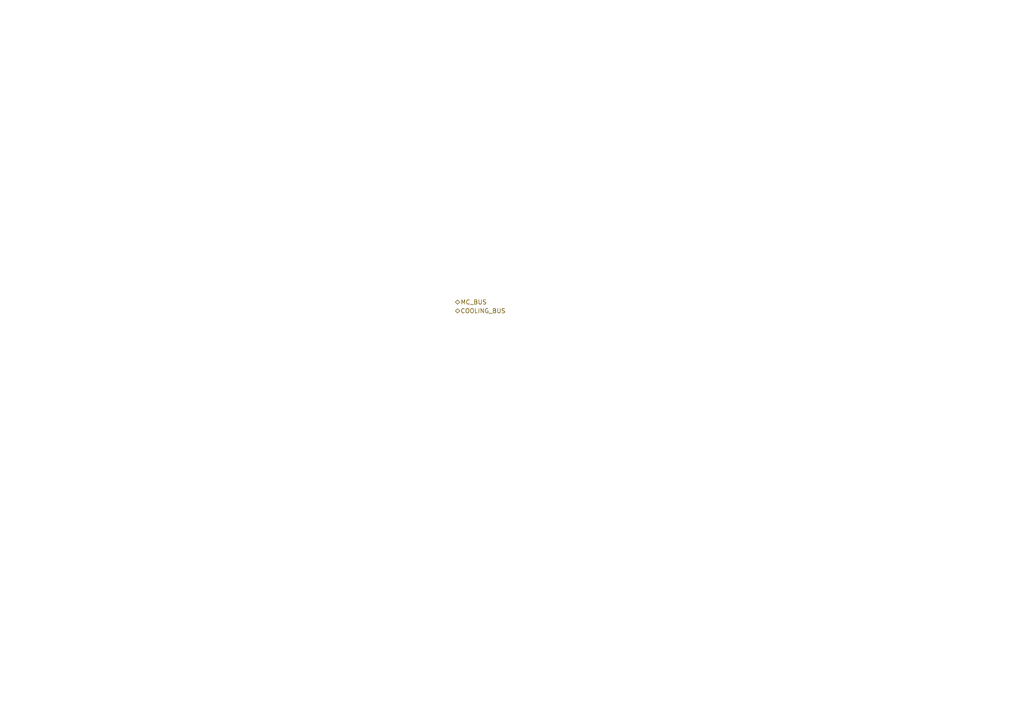
<source format=kicad_sch>
(kicad_sch (version 20211123) (generator eeschema)
  (paper "A4")
  (title_block (title "LV Subsystem interconnections") (date "2022-03-16") (rev "0.1") (company "Oxford University Racing") (comment 1 "Hugo Berg, Becky Hu, Lianfeng Shi") (comment 2 "Electronics team"))
  (lib_symbols)
  (hierarchical_label "COOLING_BUS" (shape tri_state) (at 132.08 90.17 0))
  (hierarchical_label "MC_BUS" (shape tri_state) (at 132.08 87.63 0))
)
</source>
